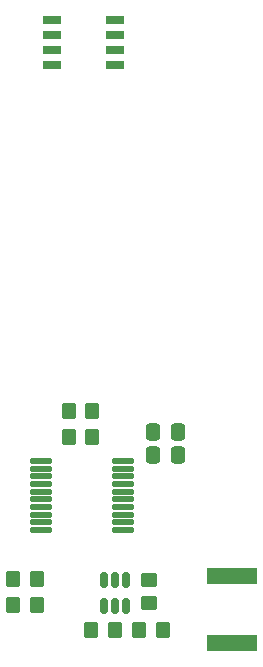
<source format=gbp>
G04 #@! TF.GenerationSoftware,KiCad,Pcbnew,6.0.10*
G04 #@! TF.CreationDate,2023-04-28T22:47:20-05:00*
G04 #@! TF.ProjectId,gas_sensor,6761735f-7365-46e7-936f-722e6b696361,rev?*
G04 #@! TF.SameCoordinates,Original*
G04 #@! TF.FileFunction,Paste,Bot*
G04 #@! TF.FilePolarity,Positive*
%FSLAX46Y46*%
G04 Gerber Fmt 4.6, Leading zero omitted, Abs format (unit mm)*
G04 Created by KiCad (PCBNEW 6.0.10) date 2023-04-28 22:47:20*
%MOMM*%
%LPD*%
G01*
G04 APERTURE LIST*
G04 Aperture macros list*
%AMRoundRect*
0 Rectangle with rounded corners*
0 $1 Rounding radius*
0 $2 $3 $4 $5 $6 $7 $8 $9 X,Y pos of 4 corners*
0 Add a 4 corners polygon primitive as box body*
4,1,4,$2,$3,$4,$5,$6,$7,$8,$9,$2,$3,0*
0 Add four circle primitives for the rounded corners*
1,1,$1+$1,$2,$3*
1,1,$1+$1,$4,$5*
1,1,$1+$1,$6,$7*
1,1,$1+$1,$8,$9*
0 Add four rect primitives between the rounded corners*
20,1,$1+$1,$2,$3,$4,$5,0*
20,1,$1+$1,$4,$5,$6,$7,0*
20,1,$1+$1,$6,$7,$8,$9,0*
20,1,$1+$1,$8,$9,$2,$3,0*%
G04 Aperture macros list end*
%ADD10R,4.200000X1.350000*%
%ADD11RoundRect,0.250000X0.337500X0.475000X-0.337500X0.475000X-0.337500X-0.475000X0.337500X-0.475000X0*%
%ADD12RoundRect,0.250000X0.350000X0.450000X-0.350000X0.450000X-0.350000X-0.450000X0.350000X-0.450000X0*%
%ADD13RoundRect,0.250000X-0.350000X-0.450000X0.350000X-0.450000X0.350000X0.450000X-0.350000X0.450000X0*%
%ADD14R,1.500000X0.650000*%
%ADD15RoundRect,0.150000X0.150000X-0.512500X0.150000X0.512500X-0.150000X0.512500X-0.150000X-0.512500X0*%
%ADD16RoundRect,0.250000X0.450000X-0.350000X0.450000X0.350000X-0.450000X0.350000X-0.450000X-0.350000X0*%
%ADD17RoundRect,0.125000X0.825000X0.125000X-0.825000X0.125000X-0.825000X-0.125000X0.825000X-0.125000X0*%
G04 APERTURE END LIST*
D10*
X139319000Y-84074000D03*
X139319000Y-89724000D03*
D11*
X134747000Y-71882000D03*
X132672000Y-71882000D03*
D12*
X133445000Y-88646000D03*
X131445000Y-88646000D03*
D13*
X125508000Y-70104000D03*
X127508000Y-70104000D03*
D14*
X124046000Y-40767000D03*
X124046000Y-39497000D03*
X124046000Y-38227000D03*
X124046000Y-36957000D03*
X129446000Y-36957000D03*
X129446000Y-38227000D03*
X129446000Y-39497000D03*
X129446000Y-40767000D03*
D12*
X127508000Y-72263000D03*
X125508000Y-72263000D03*
D15*
X130363000Y-86614000D03*
X129413000Y-86614000D03*
X128463000Y-86614000D03*
X128463000Y-84339000D03*
X129413000Y-84339000D03*
X130363000Y-84339000D03*
D13*
X120809000Y-86487000D03*
X122809000Y-86487000D03*
D12*
X122809000Y-84328000D03*
X120809000Y-84328000D03*
X129413000Y-88646000D03*
X127413000Y-88646000D03*
D16*
X132334000Y-86360000D03*
X132334000Y-84360000D03*
D11*
X134747000Y-73787000D03*
X132672000Y-73787000D03*
D17*
X130119000Y-74291000D03*
X130119000Y-74941000D03*
X130119000Y-75591000D03*
X130119000Y-76241000D03*
X130119000Y-76891000D03*
X130119000Y-77541000D03*
X130119000Y-78191000D03*
X130119000Y-78841000D03*
X130119000Y-79491000D03*
X130119000Y-80141000D03*
X123119000Y-80141000D03*
X123119000Y-79491000D03*
X123119000Y-78841000D03*
X123119000Y-78191000D03*
X123119000Y-77541000D03*
X123119000Y-76891000D03*
X123119000Y-76241000D03*
X123119000Y-75591000D03*
X123119000Y-74941000D03*
X123119000Y-74291000D03*
M02*

</source>
